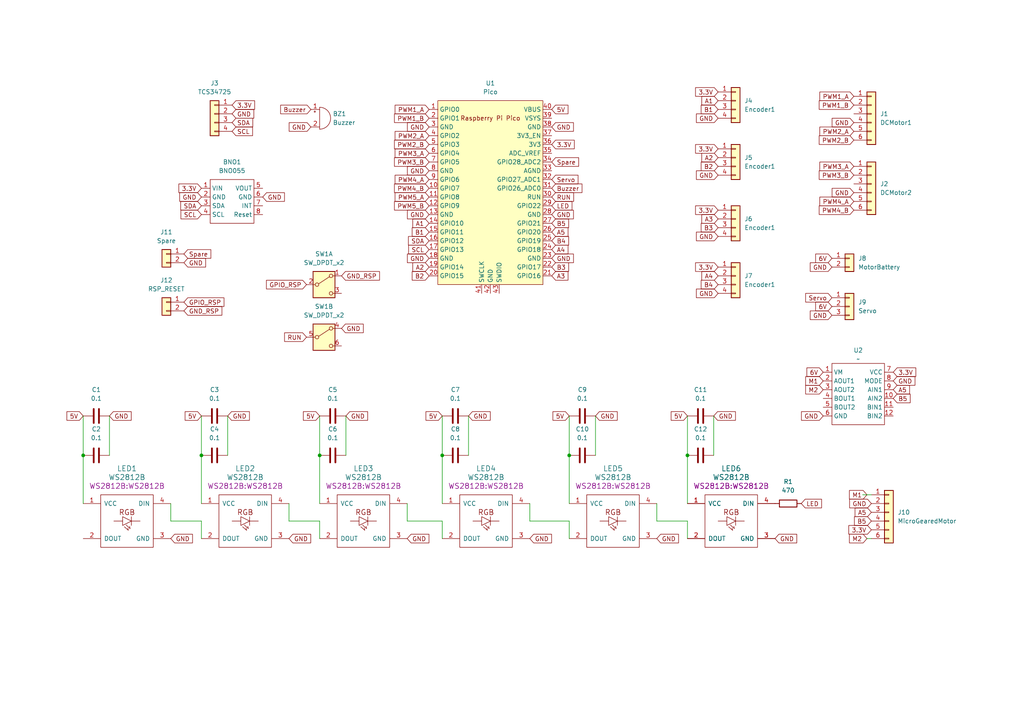
<source format=kicad_sch>
(kicad_sch (version 20231120) (generator "eeschema") (generator_version "8.0")
  (paper "A4")
  (lib_symbols
    (symbol "BNO055:BNO055"
      (property "Reference" "BNO005" (at 0 8.89 0))
      (property "Value" "BNO055" (at 0 6.35 0))
      (symbol "BNO055_0_1"
        (rectangle (start -6.35 3.81) (end 6.35 -8.89))
      )
      (symbol "BNO055_1_1"
        (pin input line (at -8.89 1.27 0) (length 2.54) (name "VIN") (number "1"))
        (pin input line (at -8.89 -1.27 0) (length 2.54) (name "GND") (number "2"))
        (pin input line (at -8.89 -3.81 0) (length 2.54) (name "SDA") (number "3"))
        (pin input line (at -8.89 -6.35 0) (length 2.54) (name "SCL") (number "4"))
        (pin input line (at 8.89 1.27 180) (length 2.54) (name "VOUT") (number "5"))
        (pin input line (at 8.89 -1.27 180) (length 2.54) (name "GND") (number "6"))
        (pin input line (at 8.89 -3.81 180) (length 2.54) (name "INT") (number "7"))
        (pin input line (at 8.89 -6.35 180) (length 2.54) (name "Reset") (number "8"))
      )
    )
    (symbol "Connector_Generic:Conn_01x02" (pin_names (offset 1.016) hide)
      (property "Reference" "J" (at 0 2.54 0))
      (property "Value" "Conn_01x02" (at 0 -5.08 0))
      (symbol "Conn_01x02_1_1"
        (rectangle (start -1.27 -2.413) (end 0 -2.667) (stroke (width 0.1524)))
        (rectangle (start -1.27 0.127) (end 0 -0.127) (stroke (width 0.1524)))
        (rectangle (start -1.27 1.27) (end 1.27 -3.81) (stroke (width 0.254)) (fill (type background)))
        (pin passive line (at -5.08 0 0) (length 3.81) (name "Pin_1") (number "1"))
        (pin passive line (at -5.08 -2.54 0) (length 3.81) (name "Pin_2") (number "2"))
      )
    )
    (symbol "Connector_Generic:Conn_01x03" (pin_names (offset 1.016) hide)
      (property "Reference" "J" (at 0 5.08 0))
      (property "Value" "Conn_01x03" (at 0 -5.08 0))
      (symbol "Conn_01x03_1_1"
        (rectangle (start -1.27 -2.413) (end 0 -2.667) (stroke (width 0.1524)))
        (rectangle (start -1.27 0.127) (end 0 -0.127) (stroke (width 0.1524)))
        (rectangle (start -1.27 2.667) (end 0 2.413) (stroke (width 0.1524)))
        (rectangle (start -1.27 3.81) (end 1.27 -3.81) (stroke (width 0.254)) (fill (type background)))
        (pin passive line (at -5.08 2.54 0) (length 3.81) (name "Pin_1") (number "1"))
        (pin passive line (at -5.08 0 0) (length 3.81) (name "Pin_2") (number "2"))
        (pin passive line (at -5.08 -2.54 0) (length 3.81) (name "Pin_3") (number "3"))
      )
    )
    (symbol "Connector_Generic:Conn_01x04" (pin_names (offset 1.016) hide)
      (property "Reference" "J" (at 0 5.08 0))
      (property "Value" "Conn_01x04" (at 0 -7.62 0))
      (symbol "Conn_01x04_1_1"
        (rectangle (start -1.27 -4.953) (end 0 -5.207) (stroke (width 0.1524)))
        (rectangle (start -1.27 -2.413) (end 0 -2.667) (stroke (width 0.1524)))
        (rectangle (start -1.27 0.127) (end 0 -0.127) (stroke (width 0.1524)))
        (rectangle (start -1.27 2.667) (end 0 2.413) (stroke (width 0.1524)))
        (rectangle (start -1.27 3.81) (end 1.27 -6.35) (stroke (width 0.254)) (fill (type background)))
        (pin passive line (at -5.08 2.54 0) (length 3.81) (name "Pin_1") (number "1"))
        (pin passive line (at -5.08 0 0) (length 3.81) (name "Pin_2") (number "2"))
        (pin passive line (at -5.08 -2.54 0) (length 3.81) (name "Pin_3") (number "3"))
        (pin passive line (at -5.08 -5.08 0) (length 3.81) (name "Pin_4") (number "4"))
      )
    )
    (symbol "Connector_Generic:Conn_01x06" (pin_names (offset 1.016) hide)
      (property "Reference" "J" (at 0 7.62 0))
      (property "Value" "Conn_01x06" (at 0 -10.16 0))
      (symbol "Conn_01x06_1_1"
        (rectangle (start -1.27 -7.493) (end 0 -7.747) (stroke (width 0.1524)))
        (rectangle (start -1.27 -4.953) (end 0 -5.207) (stroke (width 0.1524)))
        (rectangle (start -1.27 -2.413) (end 0 -2.667) (stroke (width 0.1524)))
        (rectangle (start -1.27 0.127) (end 0 -0.127) (stroke (width 0.1524)))
        (rectangle (start -1.27 2.667) (end 0 2.413) (stroke (width 0.1524)))
        (rectangle (start -1.27 5.207) (end 0 4.953) (stroke (width 0.1524)))
        (rectangle (start -1.27 6.35) (end 1.27 -8.89) (stroke (width 0.254)) (fill (type background)))
        (pin passive line (at -5.08 5.08 0) (length 3.81) (name "Pin_1") (number "1"))
        (pin passive line (at -5.08 2.54 0) (length 3.81) (name "Pin_2") (number "2"))
        (pin passive line (at -5.08 0 0) (length 3.81) (name "Pin_3") (number "3"))
        (pin passive line (at -5.08 -2.54 0) (length 3.81) (name "Pin_4") (number "4"))
        (pin passive line (at -5.08 -5.08 0) (length 3.81) (name "Pin_5") (number "5"))
        (pin passive line (at -5.08 -7.62 0) (length 3.81) (name "Pin_6") (number "6"))
      )
    )
    (symbol "DRV8835:DRV8835"
      (property "Reference" "U" (at 0 0 0))
      (symbol "DRV8835_0_1"
        (rectangle (start -7.62 -1.27) (end 7.62 -19.05))
      )
      (symbol "DRV8835_1_1"
        (pin input line (at -10.16 -3.81 0) (length 2.54) (name "VM") (number "1"))
        (pin input line (at 10.16 -11.43 180) (length 2.54) (name "AIN2") (number "10"))
        (pin input line (at 10.16 -13.97 180) (length 2.54) (name "BIN1") (number "11"))
        (pin input line (at 10.16 -16.51 180) (length 2.54) (name "BIN2") (number "12"))
        (pin input line (at -10.16 -6.35 0) (length 2.54) (name "AOUT1") (number "2"))
        (pin input line (at -10.16 -8.89 0) (length 2.54) (name "AOUT2") (number "3"))
        (pin input line (at -10.16 -11.43 0) (length 2.54) (name "BOUT1") (number "4"))
        (pin input line (at -10.16 -13.97 0) (length 2.54) (name "BOUT2") (number "5"))
        (pin input line (at -10.16 -16.51 0) (length 2.54) (name "GND") (number "6"))
        (pin input line (at 10.16 -3.81 180) (length 2.54) (name "VCC") (number "7"))
        (pin input line (at 10.16 -6.35 180) (length 2.54) (name "MODE") (number "8"))
        (pin input line (at 10.16 -8.89 180) (length 2.54) (name "AIN1") (number "9"))
      )
    )
    (symbol "Device:Buzzer" (pin_names (offset 0.0254) hide)
      (property "Reference" "BZ" (at 3.81 1.27 0))
      (property "Value" "Buzzer" (at 3.81 -1.27 0))
      (symbol "Buzzer_0_1"
        (arc (start 0 -3.175) (mid 3.1612 0) (end 0 3.175))
        (polyline (pts (xy -1.651 1.905) (xy -1.143 1.905)))
        (polyline (pts (xy -1.397 2.159) (xy -1.397 1.651)))
        (polyline (pts (xy 0 3.175) (xy 0 -3.175)))
      )
      (symbol "Buzzer_1_1"
        (pin passive line (at -2.54 2.54 0) (length 2.54) (name "-") (number "1"))
        (pin passive line (at -2.54 -2.54 0) (length 2.54) (name "+") (number "2"))
      )
    )
    (symbol "Device:C" (pin_numbers hide) (pin_names (offset 0.254))
      (property "Reference" "C" (at 0.635 2.54 0))
      (property "Value" "C" (at 0.635 -2.54 0))
      (symbol "C_0_1"
        (polyline (pts (xy -2.032 -0.762) (xy 2.032 -0.762)) (stroke (width 0.508)))
        (polyline (pts (xy -2.032 0.762) (xy 2.032 0.762)) (stroke (width 0.508)))
      )
      (symbol "C_1_1"
        (pin passive line (at 0 3.81 270) (length 2.794) (name "~") (number "1"))
        (pin passive line (at 0 -3.81 90) (length 2.794) (name "~") (number "2"))
      )
    )
    (symbol "Device:R" (pin_numbers hide) (pin_names (offset 0))
      (property "Reference" "R" (at 2.032 0 90))
      (property "Value" "R" (at 0 0 90))
      (symbol "R_0_1"
        (rectangle (start -1.016 -2.54) (end 1.016 2.54) (stroke (width 0.254)))
      )
      (symbol "R_1_1"
        (pin passive line (at 0 3.81 270) (length 1.27) (name "~") (number "1"))
        (pin passive line (at 0 -3.81 90) (length 1.27) (name "~") (number "2"))
      )
    )
    (symbol "MCU_RaspberryPi_and_Boards:Pico"
      (property "Reference" "U" (at -13.97 27.94 0))
      (property "Value" "Pico" (at 0 19.05 0))
      (symbol "Pico_0_0"
        (text "Raspberry Pi Pico" (at 0 21.59 0) (effects (font (size 1.27 1.27))))
      )
      (symbol "Pico_0_1"
        (rectangle (start -15.24 26.67) (end 15.24 -26.67) (fill (type background)))
      )
      (symbol "Pico_1_1"
        (pin bidirectional line (at -17.78 24.13 0) (length 2.54) (name "GPIO0") (number "1"))
        (pin bidirectional line (at -17.78 1.27 0) (length 2.54) (name "GPIO7") (number "10"))
        (pin bidirectional line (at -17.78 -1.27 0) (length 2.54) (name "GPIO8") (number "11"))
        (pin bidirectional line (at -17.78 -3.81 0) (length 2.54) (name "GPIO9") (number "12"))
        (pin power_in line (at -17.78 -6.35 0) (length 2.54) (name "GND") (number "13"))
        (pin bidirectional line (at -17.78 -8.89 0) (length 2.54) (name "GPIO10") (number "14"))
        (pin bidirectional line (at -17.78 -11.43 0) (length 2.54) (name "GPIO11") (number "15"))
        (pin bidirectional line (at -17.78 -13.97 0) (length 2.54) (name "GPIO12") (number "16"))
        (pin bidirectional line (at -17.78 -16.51 0) (length 2.54) (name "GPIO13") (number "17"))
        (pin power_in line (at -17.78 -19.05 0) (length 2.54) (name "GND") (number "18"))
        (pin bidirectional line (at -17.78 -21.59 0) (length 2.54) (name "GPIO14") (number "19"))
        (pin bidirectional line (at -17.78 21.59 0) (length 2.54) (name "GPIO1") (number "2"))
        (pin bidirectional line (at -17.78 -24.13 0) (length 2.54) (name "GPIO15") (number "20"))
        (pin bidirectional line (at 17.78 -24.13 180) (length 2.54) (name "GPIO16") (number "21"))
        (pin bidirectional line (at 17.78 -21.59 180) (length 2.54) (name "GPIO17") (number "22"))
        (pin power_in line (at 17.78 -19.05 180) (length 2.54) (name "GND") (number "23"))
        (pin bidirectional line (at 17.78 -16.51 180) (length 2.54) (name "GPIO18") (number "24"))
        (pin bidirectional line (at 17.78 -13.97 180) (length 2.54) (name "GPIO19") (number "25"))
        (pin bidirectional line (at 17.78 -11.43 180) (length 2.54) (name "GPIO20") (number "26"))
        (pin bidirectional line (at 17.78 -8.89 180) (length 2.54) (name "GPIO21") (number "27"))
        (pin power_in line (at 17.78 -6.35 180) (length 2.54) (name "GND") (number "28"))
        (pin bidirectional line (at 17.78 -3.81 180) (length 2.54) (name "GPIO22") (number "29"))
        (pin power_in line (at -17.78 19.05 0) (length 2.54) (name "GND") (number "3"))
        (pin input line (at 17.78 -1.27 180) (length 2.54) (name "RUN") (number "30"))
        (pin bidirectional line (at 17.78 1.27 180) (length 2.54) (name "GPIO26_ADC0") (number "31"))
        (pin bidirectional line (at 17.78 3.81 180) (length 2.54) (name "GPIO27_ADC1") (number "32"))
        (pin power_in line (at 17.78 6.35 180) (length 2.54) (name "AGND") (number "33"))
        (pin bidirectional line (at 17.78 8.89 180) (length 2.54) (name "GPIO28_ADC2") (number "34"))
        (pin power_in line (at 17.78 11.43 180) (length 2.54) (name "ADC_VREF") (number "35"))
        (pin power_in line (at 17.78 13.97 180) (length 2.54) (name "3V3") (number "36"))
        (pin input line (at 17.78 16.51 180) (length 2.54) (name "3V3_EN") (number "37"))
        (pin bidirectional line (at 17.78 19.05 180) (length 2.54) (name "GND") (number "38"))
        (pin power_in line (at 17.78 21.59 180) (length 2.54) (name "VSYS") (number "39"))
        (pin bidirectional line (at -17.78 16.51 0) (length 2.54) (name "GPIO2") (number "4"))
        (pin power_in line (at 17.78 24.13 180) (length 2.54) (name "VBUS") (number "40"))
        (pin input line (at -2.54 -29.21 90) (length 2.54) (name "SWCLK") (number "41"))
        (pin power_in line (at 0 -29.21 90) (length 2.54) (name "GND") (number "42"))
        (pin bidirectional line (at 2.54 -29.21 90) (length 2.54) (name "SWDIO") (number "43"))
        (pin bidirectional line (at -17.78 13.97 0) (length 2.54) (name "GPIO3") (number "5"))
        (pin bidirectional line (at -17.78 11.43 0) (length 2.54) (name "GPIO4") (number "6"))
        (pin bidirectional line (at -17.78 8.89 0) (length 2.54) (name "GPIO5") (number "7"))
        (pin power_in line (at -17.78 6.35 0) (length 2.54) (name "GND") (number "8"))
        (pin bidirectional line (at -17.78 3.81 0) (length 2.54) (name "GPIO6") (number "9"))
      )
    )
    (symbol "Switch:SW_DPDT_x2" (pin_names (offset 0) hide)
      (property "Reference" "SW" (at 0 5.08 0))
      (property "Value" "SW_DPDT_x2" (at 0 -5.08 0))
      (symbol "SW_DPDT_x2_0_0"
        (circle (center -2.032 0) (radius 0.508))
        (circle (center 2.032 -2.54) (radius 0.508))
      )
      (symbol "SW_DPDT_x2_0_1"
        (rectangle (start -3.175 3.81) (end 3.175 -3.81) (stroke (width 0.254)) (fill (type background)))
        (polyline (pts (xy -1.524 0.254) (xy 1.5748 2.286)))
        (circle (center 2.032 2.54) (radius 0.508))
      )
      (symbol "SW_DPDT_x2_1_1"
        (pin passive line (at 5.08 2.54 180) (length 2.54) (name "A") (number "1"))
        (pin passive line (at -5.08 0 0) (length 2.54) (name "B") (number "2"))
        (pin passive line (at 5.08 -2.54 180) (length 2.54) (name "C") (number "3"))
      )
      (symbol "SW_DPDT_x2_2_1"
        (pin passive line (at 5.08 2.54 180) (length 2.54) (name "A") (number "4"))
        (pin passive line (at -5.08 0 0) (length 2.54) (name "B") (number "5"))
        (pin passive line (at 5.08 -2.54 180) (length 2.54) (name "C") (number "6"))
      )
    )
    (symbol "WS2812B:WS2812B" (pin_names (offset 1.016))
      (property "Reference" "LED" (at 0 -10.16 0))
      (property "Value" "WS2812B" (at 0 10.16 0))
      (property "Footprint" "WS2812B:WS2812B" (at -1.27 0 90))
      (symbol "WS2812B_0_0"
        (polyline (pts (xy -1.27 0) (xy -3.81 0)))
        (polyline (pts (xy -0.254 -1.143) (xy 0.889 -2.159)))
        (polyline (pts (xy 0.381 -2.667) (xy -0.762 -1.651)))
        (polyline (pts (xy 0.381 -2.667) (xy 0.254 -2.032)))
        (polyline (pts (xy 0.889 -2.159) (xy 0.762 -1.524)))
        (polyline (pts (xy 1.27 0) (xy 3.81 0)))
        (text "RGB" (at 0 2.54 0) (effects (font (size 1.524 1.524))))
      )
      (symbol "WS2812B_0_1"
        (rectangle (start -7.62 7.62) (end 7.62 -7.62))
        (polyline (pts (xy 1.27 0) (xy -1.27 1.27) (xy -1.27 -1.27) (xy 1.27 0) (xy 1.27 0)))
        (rectangle (start 1.27 1.27) (end 1.27 -1.27))
      )
      (symbol "WS2812B_1_1"
        (pin power_in line (at -12.7 5.08 0) (length 5.0038) (name "VCC") (number "1"))
        (pin output line (at -12.7 -5.08 0) (length 5.0038) (name "DOUT") (number "2"))
        (pin power_in line (at 12.7 -5.08 180) (length 5.0038) (name "GND") (number "3"))
        (pin input line (at 12.7 5.08 180) (length 5.0038) (name "DIN") (number "4"))
      )
    )
  )
  (junction (at 58.42 132.08))
  (junction (at 165.1 132.08))
  (junction (at 92.71 132.08))
  (junction (at 128.27 132.08))
  (junction (at 24.13 132.08))
  (junction (at 199.39 132.08))
  (wire (pts (xy 128.27 151.13) (xy 128.27 156.21)))
  (wire (pts (xy 24.13 132.08) (xy 24.13 146.05)))
  (wire (pts (xy 92.71 132.08) (xy 92.71 146.05)))
  (wire (pts (xy 250.19 143.51) (xy 252.73 143.51)))
  (wire (pts (xy 49.53 151.13) (xy 58.42 151.13)))
  (wire (pts (xy 58.42 151.13) (xy 58.42 156.21)))
  (wire (pts (xy 199.39 132.08) (xy 199.39 146.05)))
  (wire (pts (xy 153.67 151.13) (xy 165.1 151.13)))
  (wire (pts (xy 92.71 151.13) (xy 92.71 156.21)))
  (wire (pts (xy 207.01 120.65) (xy 207.01 132.08)))
  (wire (pts (xy 190.5 151.13) (xy 199.39 151.13)))
  (wire (pts (xy 165.1 120.65) (xy 165.1 132.08)))
  (wire (pts (xy 83.82 151.13) (xy 92.71 151.13)))
  (wire (pts (xy 49.53 146.05) (xy 49.53 151.13)))
  (wire (pts (xy 128.27 132.08) (xy 128.27 146.05)))
  (wire (pts (xy 172.72 120.65) (xy 172.72 132.08)))
  (wire (pts (xy 128.27 120.65) (xy 128.27 132.08)))
  (wire (pts (xy 58.42 120.65) (xy 58.42 132.08)))
  (wire (pts (xy 66.04 120.65) (xy 66.04 132.08)))
  (wire (pts (xy 251.46 156.21) (xy 252.73 156.21)))
  (wire (pts (xy 118.11 146.05) (xy 118.11 151.13)))
  (wire (pts (xy 135.89 120.65) (xy 135.89 132.08)))
  (wire (pts (xy 199.39 120.65) (xy 199.39 132.08)))
  (wire (pts (xy 190.5 146.05) (xy 190.5 151.13)))
  (wire (pts (xy 165.1 151.13) (xy 165.1 156.21)))
  (wire (pts (xy 100.33 120.65) (xy 100.33 132.08)))
  (wire (pts (xy 83.82 146.05) (xy 83.82 151.13)))
  (wire (pts (xy 24.13 120.65) (xy 24.13 132.08)))
  (wire (pts (xy 92.71 120.65) (xy 92.71 132.08)))
  (wire (pts (xy 199.39 151.13) (xy 199.39 156.21)))
  (wire (pts (xy 58.42 132.08) (xy 58.42 146.05)))
  (wire (pts (xy 165.1 132.08) (xy 165.1 146.05)))
  (wire (pts (xy 153.67 146.05) (xy 153.67 151.13)))
  (wire (pts (xy 118.11 151.13) (xy 128.27 151.13)))
  (wire (pts (xy 31.75 120.65) (xy 31.75 132.08)))
  (global_label "3.3V" (shape input) (at 208.28 43.18 180) (property "Intersheetrefs" "${INTERSHEET_REFS}" (effects (hide yes))))
  (global_label "6V" (shape input) (at 238.76 107.95 180) (property "Intersheetrefs" "${INTERSHEET_REFS}" (effects (hide yes))))
  (global_label "5V" (shape input) (at 165.1 120.65 180) (property "Intersheetrefs" "${INTERSHEET_REFS}" (effects (hide yes))))
  (global_label "PWM2_A" (shape input) (at 124.46 39.37 180) (property "Intersheetrefs" "${INTERSHEET_REFS}" (effects (hide yes))))
  (global_label "6V" (shape input) (at 241.3 88.9 180) (property "Intersheetrefs" "${INTERSHEET_REFS}" (effects (hide yes))))
  (global_label "GND" (shape input) (at 118.11 156.21 0) (property "Intersheetrefs" "${INTERSHEET_REFS}" (effects (hide yes))))
  (global_label "Spare" (shape input) (at 53.34 73.66 0) (property "Intersheetrefs" "${INTERSHEET_REFS}" (effects (hide yes))))
  (global_label "GND" (shape input) (at 241.3 91.44 180) (property "Intersheetrefs" "${INTERSHEET_REFS}" (effects (hide yes))))
  (global_label "PWM4_A" (shape input) (at 247.65 58.42 180) (property "Intersheetrefs" "${INTERSHEET_REFS}" (effects (hide yes))))
  (global_label "GND" (shape input) (at 153.67 156.21 0) (property "Intersheetrefs" "${INTERSHEET_REFS}" (effects (hide yes))))
  (global_label "GND" (shape input) (at 124.46 49.53 180) (property "Intersheetrefs" "${INTERSHEET_REFS}" (effects (hide yes))))
  (global_label "A1" (shape input) (at 208.28 29.21 180) (property "Intersheetrefs" "${INTERSHEET_REFS}" (effects (hide yes))))
  (global_label "3.3V" (shape input) (at 259.08 107.95 0) (property "Intersheetrefs" "${INTERSHEET_REFS}" (effects (hide yes))))
  (global_label "RUN" (shape input) (at 88.9 97.79 180) (property "Intersheetrefs" "${INTERSHEET_REFS}" (effects (hide yes))))
  (global_label "5V" (shape input) (at 128.27 120.65 180) (property "Intersheetrefs" "${INTERSHEET_REFS}" (effects (hide yes))))
  (global_label "GND_RSP" (shape input) (at 99.06 80.01 0) (property "Intersheetrefs" "${INTERSHEET_REFS}" (effects (hide yes))))
  (global_label "B5" (shape input) (at 259.08 115.57 0) (property "Intersheetrefs" "${INTERSHEET_REFS}" (effects (hide yes))))
  (global_label "A2" (shape input) (at 124.46 77.47 180) (property "Intersheetrefs" "${INTERSHEET_REFS}" (effects (hide yes))))
  (global_label "LED" (shape input) (at 232.41 146.05 0) (property "Intersheetrefs" "${INTERSHEET_REFS}" (effects (hide yes))))
  (global_label "3.3V" (shape input) (at 58.42 54.61 180) (property "Intersheetrefs" "${INTERSHEET_REFS}" (effects (hide yes))))
  (global_label "A5" (shape input) (at 252.73 148.59 180) (property "Intersheetrefs" "${INTERSHEET_REFS}" (effects (hide yes))))
  (global_label "A5" (shape input) (at 259.08 113.03 0) (property "Intersheetrefs" "${INTERSHEET_REFS}" (effects (hide yes))))
  (global_label "GND" (shape input) (at 208.28 50.8 180) (property "Intersheetrefs" "${INTERSHEET_REFS}" (effects (hide yes))))
  (global_label "GND" (shape input) (at 49.53 156.21 0) (property "Intersheetrefs" "${INTERSHEET_REFS}" (effects (hide yes))))
  (global_label "B5" (shape input) (at 160.02 64.77 0) (property "Intersheetrefs" "${INTERSHEET_REFS}" (effects (hide yes))))
  (global_label "B4" (shape input) (at 160.02 69.85 0) (property "Intersheetrefs" "${INTERSHEET_REFS}" (effects (hide yes))))
  (global_label "GND" (shape input) (at 160.02 36.83 0) (property "Intersheetrefs" "${INTERSHEET_REFS}" (effects (hide yes))))
  (global_label "GND" (shape input) (at 124.46 74.93 180) (property "Intersheetrefs" "${INTERSHEET_REFS}" (effects (hide yes))))
  (global_label "B5" (shape input) (at 252.73 151.13 180) (property "Intersheetrefs" "${INTERSHEET_REFS}" (effects (hide yes))))
  (global_label "5V" (shape input) (at 92.71 120.65 180) (property "Intersheetrefs" "${INTERSHEET_REFS}" (effects (hide yes))))
  (global_label "GND" (shape input) (at 90.17 36.83 180) (property "Intersheetrefs" "${INTERSHEET_REFS}" (effects (hide yes))))
  (global_label "A5" (shape input) (at 160.02 67.31 0) (property "Intersheetrefs" "${INTERSHEET_REFS}" (effects (hide yes))))
  (global_label "GND" (shape input) (at 83.82 156.21 0) (property "Intersheetrefs" "${INTERSHEET_REFS}" (effects (hide yes))))
  (global_label "SDA" (shape input) (at 58.42 59.69 180) (property "Intersheetrefs" "${INTERSHEET_REFS}" (effects (hide yes))))
  (global_label "GND" (shape input) (at 247.65 55.88 180) (property "Intersheetrefs" "${INTERSHEET_REFS}" (effects (hide yes))))
  (global_label "PWM4_B" (shape input) (at 124.46 54.61 180) (property "Intersheetrefs" "${INTERSHEET_REFS}" (effects (hide yes))))
  (global_label "B4" (shape input) (at 208.28 82.55 180) (property "Intersheetrefs" "${INTERSHEET_REFS}" (effects (hide yes))))
  (global_label "SDA" (shape input) (at 67.31 35.56 0) (property "Intersheetrefs" "${INTERSHEET_REFS}" (effects (hide yes))))
  (global_label "GND" (shape input) (at 135.89 120.65 0) (property "Intersheetrefs" "${INTERSHEET_REFS}" (effects (hide yes))))
  (global_label "GND" (shape input) (at 99.06 95.25 0) (property "Intersheetrefs" "${INTERSHEET_REFS}" (effects (hide yes))))
  (global_label "3.3V" (shape input) (at 208.28 26.67 180) (property "Intersheetrefs" "${INTERSHEET_REFS}" (effects (hide yes))))
  (global_label "PWM3_A" (shape input) (at 124.46 44.45 180) (property "Intersheetrefs" "${INTERSHEET_REFS}" (effects (hide yes))))
  (global_label "GND" (shape input) (at 76.2 57.15 0) (property "Intersheetrefs" "${INTERSHEET_REFS}" (effects (hide yes))))
  (global_label "GND" (shape input) (at 160.02 74.93 0) (property "Intersheetrefs" "${INTERSHEET_REFS}" (effects (hide yes))))
  (global_label "GND" (shape input) (at 124.46 62.23 180) (property "Intersheetrefs" "${INTERSHEET_REFS}" (effects (hide yes))))
  (global_label "PWM1_A" (shape input) (at 247.65 27.94 180) (property "Intersheetrefs" "${INTERSHEET_REFS}" (effects (hide yes))))
  (global_label "SCL" (shape input) (at 124.46 72.39 180) (property "Intersheetrefs" "${INTERSHEET_REFS}" (effects (hide yes))))
  (global_label "3.3V" (shape input) (at 67.31 30.48 0) (property "Intersheetrefs" "${INTERSHEET_REFS}" (effects (hide yes))))
  (global_label "A4" (shape input) (at 160.02 72.39 0) (property "Intersheetrefs" "${INTERSHEET_REFS}" (effects (hide yes))))
  (global_label "5V" (shape input) (at 160.02 31.75 0) (property "Intersheetrefs" "${INTERSHEET_REFS}" (effects (hide yes))))
  (global_label "B2" (shape input) (at 124.46 80.01 180) (property "Intersheetrefs" "${INTERSHEET_REFS}" (effects (hide yes))))
  (global_label "SCL" (shape input) (at 67.31 38.1 0) (property "Intersheetrefs" "${INTERSHEET_REFS}" (effects (hide yes))))
  (global_label "GND" (shape input) (at 241.3 77.47 180) (property "Intersheetrefs" "${INTERSHEET_REFS}" (effects (hide yes))))
  (global_label "B3" (shape input) (at 160.02 77.47 0) (property "Intersheetrefs" "${INTERSHEET_REFS}" (effects (hide yes))))
  (global_label "3.3V" (shape input) (at 252.73 153.67 180) (property "Intersheetrefs" "${INTERSHEET_REFS}" (effects (hide yes))))
  (global_label "GND" (shape input) (at 124.46 36.83 180) (property "Intersheetrefs" "${INTERSHEET_REFS}" (effects (hide yes))))
  (global_label "M1" (shape input) (at 238.76 110.49 180) (property "Intersheetrefs" "${INTERSHEET_REFS}" (effects (hide yes))))
  (global_label "PWM2_A" (shape input) (at 247.65 38.1 180) (property "Intersheetrefs" "${INTERSHEET_REFS}" (effects (hide yes))))
  (global_label "GND" (shape input) (at 224.79 156.21 0) (property "Intersheetrefs" "${INTERSHEET_REFS}" (effects (hide yes))))
  (global_label "A2" (shape input) (at 208.28 45.72 180) (property "Intersheetrefs" "${INTERSHEET_REFS}" (effects (hide yes))))
  (global_label "Servo" (shape input) (at 160.02 52.07 0) (property "Intersheetrefs" "${INTERSHEET_REFS}" (effects (hide yes))))
  (global_label "GND" (shape input) (at 67.31 33.02 0) (property "Intersheetrefs" "${INTERSHEET_REFS}" (effects (hide yes))))
  (global_label "5V" (shape input) (at 199.39 120.65 180) (property "Intersheetrefs" "${INTERSHEET_REFS}" (effects (hide yes))))
  (global_label "PWM4_A" (shape input) (at 124.46 52.07 180) (property "Intersheetrefs" "${INTERSHEET_REFS}" (effects (hide yes))))
  (global_label "GND" (shape input) (at 31.75 120.65 0) (property "Intersheetrefs" "${INTERSHEET_REFS}" (effects (hide yes))))
  (global_label "A4" (shape input) (at 208.28 80.01 180) (property "Intersheetrefs" "${INTERSHEET_REFS}" (effects (hide yes))))
  (global_label "B3" (shape input) (at 208.28 66.04 180) (property "Intersheetrefs" "${INTERSHEET_REFS}" (effects (hide yes))))
  (global_label "M1" (shape input) (at 251.46 143.51 180) (property "Intersheetrefs" "${INTERSHEET_REFS}" (effects (hide yes))))
  (global_label "B1" (shape input) (at 124.46 67.31 180) (property "Intersheetrefs" "${INTERSHEET_REFS}" (effects (hide yes))))
  (global_label "3.3V" (shape input) (at 208.28 77.47 180) (property "Intersheetrefs" "${INTERSHEET_REFS}" (effects (hide yes))))
  (global_label "GND" (shape input) (at 100.33 120.65 0) (property "Intersheetrefs" "${INTERSHEET_REFS}" (effects (hide yes))))
  (global_label "GND" (shape input) (at 238.76 120.65 180) (property "Intersheetrefs" "${INTERSHEET_REFS}" (effects (hide yes))))
  (global_label "GND" (shape input) (at 172.72 120.65 0) (property "Intersheetrefs" "${INTERSHEET_REFS}" (effects (hide yes))))
  (global_label "GND" (shape input) (at 208.28 34.29 180) (property "Intersheetrefs" "${INTERSHEET_REFS}" (effects (hide yes))))
  (global_label "LED" (shape input) (at 160.02 59.69 0) (property "Intersheetrefs" "${INTERSHEET_REFS}" (effects (hide yes))))
  (global_label "PWM1_B" (shape input) (at 124.46 34.29 180) (property "Intersheetrefs" "${INTERSHEET_REFS}" (effects (hide yes))))
  (global_label "B2" (shape input) (at 208.28 48.26 180) (property "Intersheetrefs" "${INTERSHEET_REFS}" (effects (hide yes))))
  (global_label "PWM5_A" (shape input) (at 124.46 57.15 180) (property "Intersheetrefs" "${INTERSHEET_REFS}" (effects (hide yes))))
  (global_label "M2" (shape input) (at 251.46 156.21 180) (property "Intersheetrefs" "${INTERSHEET_REFS}" (effects (hide yes))))
  (global_label "GND" (shape input) (at 207.01 120.65 0) (property "Intersheetrefs" "${INTERSHEET_REFS}" (effects (hide yes))))
  (global_label "PWM1_A" (shape input) (at 124.46 31.75 180) (property "Intersheetrefs" "${INTERSHEET_REFS}" (effects (hide yes))))
  (global_label "Servo" (shape input) (at 241.3 86.36 180) (property "Intersheetrefs" "${INTERSHEET_REFS}" (effects (hide yes))))
  (global_label "GND_RSP" (shape input) (at 53.34 90.17 0) (property "Intersheetrefs" "${INTERSHEET_REFS}" (effects (hide yes))))
  (global_label "RUN" (shape input) (at 160.02 57.15 0) (property "Intersheetrefs" "${INTERSHEET_REFS}" (effects (hide yes))))
  (global_label "B1" (shape input) (at 208.28 31.75 180) (property "Intersheetrefs" "${INTERSHEET_REFS}" (effects (hide yes))))
  (global_label "PWM3_B" (shape input) (at 124.46 46.99 180) (property "Intersheetrefs" "${INTERSHEET_REFS}" (effects (hide yes))))
  (global_label "5V" (shape input) (at 58.42 120.65 180) (property "Intersheetrefs" "${INTERSHEET_REFS}" (effects (hide yes))))
  (global_label "PWM3_A" (shape input) (at 247.65 48.26 180) (property "Intersheetrefs" "${INTERSHEET_REFS}" (effects (hide yes))))
  (global_label "Spare" (shape input) (at 160.02 46.99 0) (property "Intersheetrefs" "${INTERSHEET_REFS}" (effects (hide yes))))
  (global_label "GND" (shape input) (at 208.28 68.58 180) (property "Intersheetrefs" "${INTERSHEET_REFS}" (effects (hide yes))))
  (global_label "GND" (shape input) (at 53.34 76.2 0) (property "Intersheetrefs" "${INTERSHEET_REFS}" (effects (hide yes))))
  (global_label "M2" (shape input) (at 238.76 113.03 180) (property "Intersheetrefs" "${INTERSHEET_REFS}" (effects (hide yes))))
  (global_label "PWM3_B" (shape input) (at 247.65 50.8 180) (property "Intersheetrefs" "${INTERSHEET_REFS}" (effects (hide yes))))
  (global_label "Buzzer" (shape input) (at 160.02 54.61 0) (property "Intersheetrefs" "${INTERSHEET_REFS}" (effects (hide yes))))
  (global_label "GND" (shape input) (at 208.28 85.09 180) (property "Intersheetrefs" "${INTERSHEET_REFS}" (effects (hide yes))))
  (global_label "GPIO_RSP" (shape input) (at 88.9 82.55 180) (property "Intersheetrefs" "${INTERSHEET_REFS}" (effects (hide yes))))
  (global_label "PWM4_B" (shape input) (at 247.65 60.96 180) (property "Intersheetrefs" "${INTERSHEET_REFS}" (effects (hide yes))))
  (global_label "6V" (shape input) (at 241.3 74.93 180) (property "Intersheetrefs" "${INTERSHEET_REFS}" (effects (hide yes))))
  (global_label "GND" (shape input) (at 259.08 110.49 0) (property "Intersheetrefs" "${INTERSHEET_REFS}" (effects (hide yes))))
  (global_label "5V" (shape input) (at 24.13 120.65 180) (property "Intersheetrefs" "${INTERSHEET_REFS}" (effects (hide yes))))
  (global_label "A3" (shape input) (at 208.28 63.5 180) (property "Intersheetrefs" "${INTERSHEET_REFS}" (effects (hide yes))))
  (global_label "GND" (shape input) (at 190.5 156.21 0) (property "Intersheetrefs" "${INTERSHEET_REFS}" (effects (hide yes))))
  (global_label "PWM5_B" (shape input) (at 124.46 59.69 180) (property "Intersheetrefs" "${INTERSHEET_REFS}" (effects (hide yes))))
  (global_label "GND" (shape input) (at 160.02 62.23 0) (property "Intersheetrefs" "${INTERSHEET_REFS}" (effects (hide yes))))
  (global_label "PWM2_B" (shape input) (at 247.65 40.64 180) (property "Intersheetrefs" "${INTERSHEET_REFS}" (effects (hide yes))))
  (global_label "Buzzer" (shape input) (at 90.17 31.75 180) (property "Intersheetrefs" "${INTERSHEET_REFS}" (effects (hide yes))))
  (global_label "PWM2_B" (shape input) (at 124.46 41.91 180) (property "Intersheetrefs" "${INTERSHEET_REFS}" (effects (hide yes))))
  (global_label "GND" (shape input) (at 247.65 35.56 180) (property "Intersheetrefs" "${INTERSHEET_REFS}" (effects (hide yes))))
  (global_label "A1" (shape input) (at 124.46 64.77 180) (property "Intersheetrefs" "${INTERSHEET_REFS}" (effects (hide yes))))
  (global_label "GPIO_RSP" (shape input) (at 53.34 87.63 0) (property "Intersheetrefs" "${INTERSHEET_REFS}" (effects (hide yes))))
  (global_label "GND" (shape input) (at 252.73 146.05 180) (property "Intersheetrefs" "${INTERSHEET_REFS}" (effects (hide yes))))
  (global_label "3.3V" (shape input) (at 208.28 60.96 180) (property "Intersheetrefs" "${INTERSHEET_REFS}" (effects (hide yes))))
  (global_label "SCL" (shape input) (at 58.42 62.23 180) (property "Intersheetrefs" "${INTERSHEET_REFS}" (effects (hide yes))))
  (global_label "GND" (shape input) (at 66.04 120.65 0) (property "Intersheetrefs" "${INTERSHEET_REFS}" (effects (hide yes))))
  (global_label "PWM1_B" (shape input) (at 247.65 30.48 180) (property "Intersheetrefs" "${INTERSHEET_REFS}" (effects (hide yes))))
  (global_label "SDA" (shape input) (at 124.46 69.85 180) (property "Intersheetrefs" "${INTERSHEET_REFS}" (effects (hide yes))))
  (global_label "3.3V" (shape input) (at 160.02 41.91 0) (property "Intersheetrefs" "${INTERSHEET_REFS}" (effects (hide yes))))
  (global_label "GND" (shape input) (at 58.42 57.15 180) (property "Intersheetrefs" "${INTERSHEET_REFS}" (effects (hide yes))))
  (global_label "A3" (shape input) (at 160.02 80.01 0) (property "Intersheetrefs" "${INTERSHEET_REFS}" (effects (hide yes))))
  (symbol (lib_id "Device:C") (at 27.94 120.65 270) (mirror x) (unit 1)
    (property "Reference" "C1" (at 27.94 113.03 90))
    (property "Value" "0.1" (at 27.94 115.57 90))
    (property "Footprint" "Capacitor_SMD:C_0805_2012Metric" (effects (hide yes)))
    (property "Description" "Unpolarized capacitor" (effects (hide yes)))
  )
  (symbol (lib_id "Device:C") (at 203.2 120.65 270) (mirror x) (unit 1)
    (property "Reference" "C11" (at 203.2 113.03 90))
    (property "Value" "0.1" (at 203.2 115.57 90))
    (property "Footprint" "Capacitor_SMD:C_0805_2012Metric" (effects (hide yes)))
    (property "Description" "Unpolarized capacitor" (effects (hide yes)))
  )
  (symbol (lib_id "Connector_Generic:Conn_01x02") (at 48.26 73.66 0) (mirror y) (unit 1)
    (property "Reference" "J11" (at 48.26 67.31 0))
    (property "Value" "Spare" (at 48.26 69.85 0))
    (property "Footprint" "Connector_PinHeader_2.54mm:PinHeader_1x02_P2.54mm_Vertical" (effects (hide yes)))
    (property "Description" "Generic connector, single row, 01x02, script generated (kicad-library-utils/schlib/autogen/connector/)" (effects (hide yes)))
  )
  (symbol (lib_id "Device:C") (at 132.08 120.65 270) (mirror x) (unit 1)
    (property "Reference" "C7" (at 132.08 113.03 90))
    (property "Value" "0.1" (at 132.08 115.57 90))
    (property "Footprint" "Capacitor_SMD:C_0805_2012Metric" (effects (hide yes)))
    (property "Description" "Unpolarized capacitor" (effects (hide yes)))
  )
  (symbol (lib_id "Device:C") (at 62.23 132.08 270) (mirror x) (unit 1)
    (property "Reference" "C4" (at 62.23 124.46 90))
    (property "Value" "0.1" (at 62.23 127 90))
    (property "Footprint" "Capacitor_SMD:C_0805_2012Metric" (effects (hide yes)))
    (property "Description" "Unpolarized capacitor" (effects (hide yes)))
  )
  (symbol (lib_id "DRV8835:DRV8835") (at 248.92 104.14 0) (unit 1)
    (property "Reference" "U2" (at 248.92 101.6 0))
    (property "Value" "~" (at 248.92 104.14 0))
    (property "Footprint" "DRV8835:DRV8835" (effects (hide yes)))
  )
  (symbol (lib_id "Device:C") (at 132.08 132.08 270) (mirror x) (unit 1)
    (property "Reference" "C8" (at 132.08 124.46 90))
    (property "Value" "0.1" (at 132.08 127 90))
    (property "Footprint" "Capacitor_SMD:C_0805_2012Metric" (effects (hide yes)))
    (property "Description" "Unpolarized capacitor" (effects (hide yes)))
  )
  (symbol (lib_id "Connector_Generic:Conn_01x04") (at 213.36 63.5 0) (unit 1)
    (property "Reference" "J6" (at 215.9 63.4999 0) (effects (justify left)))
    (property "Value" "Encoder1" (at 215.9 66.0399 0) (effects (justify left)))
    (property "Footprint" "Connector_PinHeader_2.54mm:PinHeader_1x04_P2.54mm_Vertical" (effects (hide yes)))
  )
  (symbol (lib_id "Device:Buzzer") (at 92.71 34.29 0) (unit 1)
    (property "Reference" "BZ1" (at 96.52 33.0199 0) (effects (justify left)))
    (property "Value" "Buzzer" (at 96.52 35.5599 0) (effects (justify left)))
    (property "Footprint" "Buzzer:Buzzer" (effects (hide yes)))
  )
  (symbol (lib_id "Connector_Generic:Conn_01x06") (at 252.73 33.02 0) (unit 1)
    (property "Reference" "J1" (at 255.27 33.0199 0) (effects (justify left)))
    (property "Value" "DCMotor1" (at 255.27 35.5599 0) (effects (justify left)))
    (property "Footprint" "Connector_PinHeader_2.54mm:PinHeader_1x06_P2.54mm_Vertical" (effects (hide yes)))
    (property "Description" "Generic connector, single row, 01x06, script generated (kicad-library-utils/schlib/autogen/connector/)" (effects (hide yes)))
  )
  (symbol (lib_id "WS2812B:WS2812B") (at 105.41 151.13 0) (unit 1)
    (property "Reference" "LED3" (at 105.41 135.89 0) (effects (font (size 1.524 1.524))))
    (property "Value" "WS2812B" (at 105.41 138.43 0) (effects (font (size 1.524 1.524))))
    (property "Footprint" "WS2812B:WS2812B" (at 105.41 140.97 0) (effects (font (size 1.524 1.524))))
    (property "Description" "RGB LED with integrated controller" (effects (hide yes)))
  )
  (symbol (lib_id "Switch:SW_DPDT_x2") (at 93.98 82.55 0) (unit 1)
    (property "Reference" "SW1" (at 93.98 73.66 0))
    (property "Value" "SW_DPDT_x2" (at 93.98 76.2 0))
    (property "Footprint" "ToggleSwitch:ToggleSwitch_DPDT" (effects (hide yes)))
    (property "Description" "Switch, dual pole double throw, separate symbols" (effects (hide yes)))
  )
  (symbol (lib_id "Device:C") (at 168.91 132.08 270) (mirror x) (unit 1)
    (property "Reference" "C10" (at 168.91 124.46 90))
    (property "Value" "0.1" (at 168.91 127 90))
    (property "Footprint" "Capacitor_SMD:C_0805_2012Metric" (effects (hide yes)))
    (property "Description" "Unpolarized capacitor" (effects (hide yes)))
  )
  (symbol (lib_id "Device:C") (at 96.52 132.08 270) (mirror x) (unit 1)
    (property "Reference" "C6" (at 96.52 124.46 90))
    (property "Value" "0.1" (at 96.52 127 90))
    (property "Footprint" "Capacitor_SMD:C_0805_2012Metric" (effects (hide yes)))
    (property "Description" "Unpolarized capacitor" (effects (hide yes)))
  )
  (symbol (lib_id "Device:R") (at 228.6 146.05 270) (unit 1)
    (property "Reference" "R1" (at 228.6 139.7 90))
    (property "Value" "470" (at 228.6 142.24 90))
    (property "Footprint" "Resistor_SMD:R_0805_2012Metric" (effects (hide yes)))
    (property "Description" "Resistor" (effects (hide yes)))
  )
  (symbol (lib_id "WS2812B:WS2812B") (at 140.97 151.13 0) (unit 1)
    (property "Reference" "LED4" (at 140.97 135.89 0) (effects (font (size 1.524 1.524))))
    (property "Value" "WS2812B" (at 140.97 138.43 0) (effects (font (size 1.524 1.524))))
    (property "Footprint" "WS2812B:WS2812B" (at 140.97 140.97 0) (effects (font (size 1.524 1.524))))
    (property "Description" "RGB LED with integrated controller" (effects (hide yes)))
  )
  (symbol (lib_id "Device:C") (at 168.91 120.65 270) (mirror x) (unit 1)
    (property "Reference" "C9" (at 168.91 113.03 90))
    (property "Value" "0.1" (at 168.91 115.57 90))
    (property "Footprint" "Capacitor_SMD:C_0805_2012Metric" (effects (hide yes)))
    (property "Description" "Unpolarized capacitor" (effects (hide yes)))
  )
  (symbol (lib_id "BNO055:BNO055") (at 67.31 55.88 0) (unit 1)
    (property "Reference" "BNO1" (at 67.31 46.99 0))
    (property "Value" "BNO055" (at 67.31 49.53 0))
    (property "Footprint" "BNO055:BNO055" (effects (hide yes)))
  )
  (symbol (lib_id "Connector_Generic:Conn_01x06") (at 257.81 148.59 0) (unit 1)
    (property "Reference" "J10" (at 260.35 148.5899 0) (effects (justify left)))
    (property "Value" "MicroGearedMotor" (at 260.35 151.1299 0) (effects (justify left)))
    (property "Footprint" "Connector_JST:JST_XH_B6B-XH-A_1x06_P2.50mm_Vertical" (effects (hide yes)))
    (property "Description" "Generic connector, single row, 01x06, script generated (kicad-library-utils/schlib/autogen/connector/)" (effects (hide yes)))
  )
  (symbol (lib_id "Connector_Generic:Conn_01x04") (at 213.36 45.72 0) (unit 1)
    (property "Reference" "J5" (at 215.9 45.7199 0) (effects (justify left)))
    (property "Value" "Encoder1" (at 215.9 48.2599 0) (effects (justify left)))
    (property "Footprint" "Connector_PinHeader_2.54mm:PinHeader_1x04_P2.54mm_Vertical" (effects (hide yes)))
  )
  (symbol (lib_id "Device:C") (at 203.2 132.08 270) (mirror x) (unit 1)
    (property "Reference" "C12" (at 203.2 124.46 90))
    (property "Value" "0.1" (at 203.2 127 90))
    (property "Footprint" "Capacitor_SMD:C_0805_2012Metric" (effects (hide yes)))
    (property "Description" "Unpolarized capacitor" (effects (hide yes)))
  )
  (symbol (lib_id "Connector_Generic:Conn_01x02") (at 48.26 87.63 0) (mirror y) (unit 1)
    (property "Reference" "J12" (at 48.26 81.28 0))
    (property "Value" "RSP_RESET" (at 48.26 83.82 0))
    (property "Footprint" "Connector_PinHeader_2.54mm:PinHeader_1x02_P2.54mm_Vertical" (effects (hide yes)))
    (property "Description" "Generic connector, single row, 01x02, script generated (kicad-library-utils/schlib/autogen/connector/)" (effects (hide yes)))
  )
  (symbol (lib_id "Connector_Generic:Conn_01x04") (at 62.23 33.02 0) (mirror y) (unit 1)
    (property "Reference" "J3" (at 62.23 24.13 0))
    (property "Value" "TCS34725" (at 62.23 26.67 0))
    (property "Footprint" "Connector_PinHeader_2.54mm:PinHeader_1x04_P2.54mm_Vertical" (effects (hide yes)))
  )
  (symbol (lib_id "Device:C") (at 27.94 132.08 270) (mirror x) (unit 1)
    (property "Reference" "C2" (at 27.94 124.46 90))
    (property "Value" "0.1" (at 27.94 127 90))
    (property "Footprint" "Capacitor_SMD:C_0805_2012Metric" (effects (hide yes)))
    (property "Description" "Unpolarized capacitor" (effects (hide yes)))
  )
  (symbol (lib_id "Device:C") (at 96.52 120.65 270) (mirror x) (unit 1)
    (property "Reference" "C5" (at 96.52 113.03 90))
    (property "Value" "0.1" (at 96.52 115.57 90))
    (property "Footprint" "Capacitor_SMD:C_0805_2012Metric" (effects (hide yes)))
    (property "Description" "Unpolarized capacitor" (effects (hide yes)))
  )
  (symbol (lib_id "Connector_Generic:Conn_01x04") (at 213.36 80.01 0) (unit 1)
    (property "Reference" "J7" (at 215.9 80.0099 0) (effects (justify left)))
    (property "Value" "Encoder1" (at 215.9 82.5499 0) (effects (justify left)))
    (property "Footprint" "Connector_PinHeader_2.54mm:PinHeader_1x04_P2.54mm_Vertical" (effects (hide yes)))
  )
  (symbol (lib_id "Device:C") (at 62.23 120.65 270) (mirror x) (unit 1)
    (property "Reference" "C3" (at 62.23 113.03 90))
    (property "Value" "0.1" (at 62.23 115.57 90))
    (property "Footprint" "Capacitor_SMD:C_0805_2012Metric" (effects (hide yes)))
    (property "Description" "Unpolarized capacitor" (effects (hide yes)))
  )
  (symbol (lib_id "WS2812B:WS2812B") (at 212.09 151.13 0) (unit 1)
    (property "Reference" "LED6" (at 212.09 135.89 0) (effects (font (size 1.524 1.524))))
    (property "Value" "WS2812B" (at 212.09 138.43 0) (effects (font (size 1.524 1.524))))
    (property "Footprint" "WS2812B:WS2812B" (at 212.09 140.97 0) (effects (font (size 1.524 1.524))))
    (property "Description" "RGB LED with integrated controller" (effects (hide yes)))
  )
  (symbol (lib_id "WS2812B:WS2812B") (at 71.12 151.13 0) (unit 1)
    (property "Reference" "LED2" (at 71.12 135.89 0) (effects (font (size 1.524 1.524))))
    (property "Value" "WS2812B" (at 71.12 138.43 0) (effects (font (size 1.524 1.524))))
    (property "Footprint" "WS2812B:WS2812B" (at 71.12 140.97 0) (effects (font (size 1.524 1.524))))
    (property "Description" "RGB LED with integrated controller" (effects (hide yes)))
  )
  (symbol (lib_id "MCU_RaspberryPi_and_Boards:Pico") (at 142.24 55.88 0) (unit 1)
    (property "Reference" "U1" (at 142.24 24.13 0))
    (property "Value" "Pico" (at 142.24 26.67 0))
    (property "Footprint" "MCU_RaspberryPi_and_Boards:RPi_Pico_SMD_TH" (effects (hide yes)))
  )
  (symbol (lib_id "Switch:SW_DPDT_x2") (at 93.98 97.79 0) (unit 2)
    (property "Reference" "SW1" (at 93.98 88.9 0))
    (property "Value" "SW_DPDT_x2" (at 93.98 91.44 0))
    (property "Footprint" "ToggleSwitch:ToggleSwitch_DPDT" (effects (hide yes)))
    (property "Description" "Switch, dual pole double throw, separate symbols" (effects (hide yes)))
  )
  (symbol (lib_id "WS2812B:WS2812B") (at 36.83 151.13 0) (unit 1)
    (property "Reference" "LED1" (at 36.83 135.89 0) (effects (font (size 1.524 1.524))))
    (property "Value" "WS2812B" (at 36.83 138.43 0) (effects (font (size 1.524 1.524))))
    (property "Footprint" "WS2812B:WS2812B" (at 36.83 140.97 0) (effects (font (size 1.524 1.524))))
    (property "Description" "RGB LED with integrated controller" (effects (hide yes)))
  )
  (symbol (lib_id "Connector_Generic:Conn_01x04") (at 213.36 29.21 0) (unit 1)
    (property "Reference" "J4" (at 215.9 29.2099 0) (effects (justify left)))
    (property "Value" "Encoder1" (at 215.9 31.7499 0) (effects (justify left)))
    (property "Footprint" "Connector_PinHeader_2.54mm:PinHeader_1x04_P2.54mm_Vertical" (effects (hide yes)))
  )
  (symbol (lib_id "Connector_Generic:Conn_01x06") (at 252.73 53.34 0) (unit 1)
    (property "Reference" "J2" (at 255.27 53.3399 0) (effects (justify left)))
    (property "Value" "DCMotor2" (at 255.27 55.8799 0) (effects (justify left)))
    (property "Footprint" "Connector_PinHeader_2.54mm:PinHeader_1x06_P2.54mm_Vertical" (effects (hide yes)))
    (property "Description" "Generic connector, single row, 01x06, script generated (kicad-library-utils/schlib/autogen/connector/)" (effects (hide yes)))
  )
  (symbol (lib_id "WS2812B:WS2812B") (at 177.8 151.13 0) (unit 1)
    (property "Reference" "LED5" (at 177.8 135.89 0) (effects (font (size 1.524 1.524))))
    (property "Value" "WS2812B" (at 177.8 138.43 0) (effects (font (size 1.524 1.524))))
    (property "Footprint" "WS2812B:WS2812B" (at 177.8 140.97 0) (effects (font (size 1.524 1.524))))
    (property "Description" "RGB LED with integrated controller" (effects (hide yes)))
  )
  (symbol (lib_id "Connector_Generic:Conn_01x02") (at 246.38 74.93 0) (unit 1)
    (property "Reference" "J8" (at 248.92 74.9299 0) (effects (justify left)))
    (property "Value" "MotorBattery" (at 248.92 77.4699 0) (effects (justify left)))
    (property "Footprint" "Connector_JST:JST_XH_B2B-XH-A_1x02_P2.50mm_Vertical" (effects (hide yes)))
    (property "Description" "Generic connector, single row, 01x02, script generated (kicad-library-utils/schlib/autogen/connector/)" (effects (hide yes)))
  )
  (symbol (lib_id "Connector_Generic:Conn_01x03") (at 246.38 88.9 0) (unit 1)
    (property "Reference" "J9" (at 248.92 87.6299 0) (effects (justify left)))
    (property "Value" "Servo" (at 248.92 90.1699 0) (effects (justify left)))
    (property "Footprint" "Connector_PinHeader_2.54mm:PinHeader_1x03_P2.54mm_Vertical" (effects (hide yes)))
    (property "Description" "Generic connector, single row, 01x03, script generated (kicad-library-utils/schlib/autogen/connector/)" (effects (hide yes)))
  )
)
</source>
